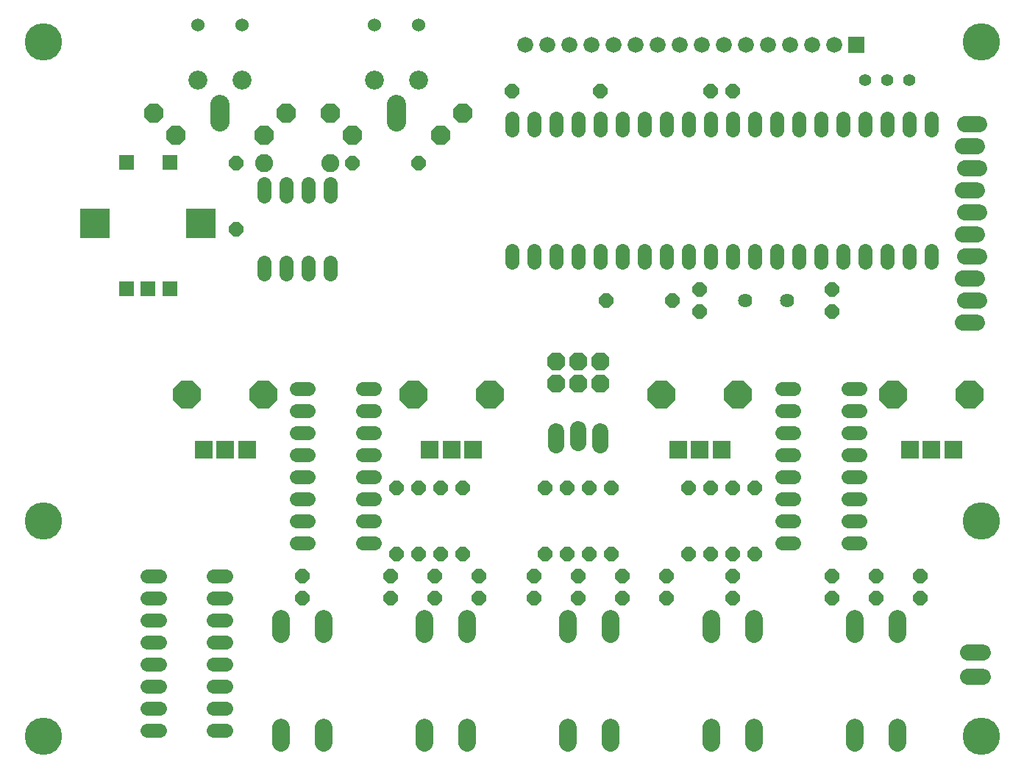
<source format=gts>
G75*
G70*
%OFA0B0*%
%FSLAX24Y24*%
%IPPOS*%
%LPD*%
%AMOC8*
5,1,8,0,0,1.08239X$1,22.5*
%
%ADD10OC8,0.0820*%
%ADD11C,0.0640*%
%ADD12OC8,0.0640*%
%ADD13R,0.0820X0.0820*%
%ADD14OC8,0.1261*%
%ADD15C,0.0720*%
%ADD16C,0.0790*%
%ADD17R,0.0714X0.0714*%
%ADD18R,0.1346X0.1346*%
%ADD19C,0.0860*%
%ADD20OC8,0.0860*%
%ADD21C,0.0860*%
%ADD22C,0.0600*%
%ADD23C,0.0820*%
%ADD24R,0.0720X0.0720*%
%ADD25C,0.0720*%
%ADD26C,0.0560*%
%ADD27C,0.0640*%
%ADD28C,0.1694*%
D10*
X025364Y018115D03*
X026364Y018115D03*
X027364Y018115D03*
X027364Y019115D03*
X026364Y019115D03*
X025364Y019115D03*
D11*
X025364Y023585D02*
X025364Y024145D01*
X024364Y024145D02*
X024364Y023585D01*
X023364Y023585D02*
X023364Y024145D01*
X026364Y024145D02*
X026364Y023585D01*
X027364Y023585D02*
X027364Y024145D01*
X028364Y024145D02*
X028364Y023585D01*
X029364Y023585D02*
X029364Y024145D01*
X030364Y024145D02*
X030364Y023585D01*
X031364Y023585D02*
X031364Y024145D01*
X032364Y024145D02*
X032364Y023585D01*
X033364Y023585D02*
X033364Y024145D01*
X034364Y024145D02*
X034364Y023585D01*
X035364Y023585D02*
X035364Y024145D01*
X036364Y024145D02*
X036364Y023585D01*
X037364Y023585D02*
X037364Y024145D01*
X038364Y024145D02*
X038364Y023585D01*
X039364Y023585D02*
X039364Y024145D01*
X040364Y024145D02*
X040364Y023585D01*
X041364Y023585D02*
X041364Y024145D01*
X042364Y024145D02*
X042364Y023585D01*
X042364Y029585D02*
X042364Y030145D01*
X041364Y030145D02*
X041364Y029585D01*
X040364Y029585D02*
X040364Y030145D01*
X039364Y030145D02*
X039364Y029585D01*
X038364Y029585D02*
X038364Y030145D01*
X037364Y030145D02*
X037364Y029585D01*
X036364Y029585D02*
X036364Y030145D01*
X035364Y030145D02*
X035364Y029585D01*
X034364Y029585D02*
X034364Y030145D01*
X033364Y030145D02*
X033364Y029585D01*
X032364Y029585D02*
X032364Y030145D01*
X031364Y030145D02*
X031364Y029585D01*
X030364Y029585D02*
X030364Y030145D01*
X029364Y030145D02*
X029364Y029585D01*
X028364Y029585D02*
X028364Y030145D01*
X027364Y030145D02*
X027364Y029585D01*
X026364Y029585D02*
X026364Y030145D01*
X025364Y030145D02*
X025364Y029585D01*
X024364Y029585D02*
X024364Y030145D01*
X023364Y030145D02*
X023364Y029585D01*
X015114Y027175D02*
X015114Y026615D01*
X014114Y026615D02*
X014114Y027175D01*
X013114Y027175D02*
X013114Y026615D01*
X012114Y026615D02*
X012114Y027175D01*
X012114Y023615D02*
X012114Y023055D01*
X013114Y023055D02*
X013114Y023615D01*
X014114Y023615D02*
X014114Y023055D01*
X015114Y023055D02*
X015114Y023615D01*
X014144Y017865D02*
X013584Y017865D01*
X013584Y016865D02*
X014144Y016865D01*
X014144Y015865D02*
X013584Y015865D01*
X013584Y014865D02*
X014144Y014865D01*
X014144Y013865D02*
X013584Y013865D01*
X013584Y012865D02*
X014144Y012865D01*
X014144Y011865D02*
X013584Y011865D01*
X013584Y010865D02*
X014144Y010865D01*
X016584Y010865D02*
X017144Y010865D01*
X017144Y011865D02*
X016584Y011865D01*
X016584Y012865D02*
X017144Y012865D01*
X017144Y013865D02*
X016584Y013865D01*
X016584Y014865D02*
X017144Y014865D01*
X017144Y015865D02*
X016584Y015865D01*
X016584Y016865D02*
X017144Y016865D01*
X017144Y017865D02*
X016584Y017865D01*
X010394Y009365D02*
X009834Y009365D01*
X009834Y008365D02*
X010394Y008365D01*
X010394Y007365D02*
X009834Y007365D01*
X009834Y006365D02*
X010394Y006365D01*
X010394Y005365D02*
X009834Y005365D01*
X009834Y004365D02*
X010394Y004365D01*
X010394Y003365D02*
X009834Y003365D01*
X009834Y002365D02*
X010394Y002365D01*
X007394Y002365D02*
X006834Y002365D01*
X006834Y003365D02*
X007394Y003365D01*
X007394Y004365D02*
X006834Y004365D01*
X006834Y005365D02*
X007394Y005365D01*
X007394Y006365D02*
X006834Y006365D01*
X006834Y007365D02*
X007394Y007365D01*
X007394Y008365D02*
X006834Y008365D01*
X006834Y009365D02*
X007394Y009365D01*
X035584Y010865D02*
X036144Y010865D01*
X036144Y011865D02*
X035584Y011865D01*
X035584Y012865D02*
X036144Y012865D01*
X036144Y013865D02*
X035584Y013865D01*
X035584Y014865D02*
X036144Y014865D01*
X036144Y015865D02*
X035584Y015865D01*
X035584Y016865D02*
X036144Y016865D01*
X036144Y017865D02*
X035584Y017865D01*
X038584Y017865D02*
X039144Y017865D01*
X039144Y016865D02*
X038584Y016865D01*
X038584Y015865D02*
X039144Y015865D01*
X039144Y014865D02*
X038584Y014865D01*
X038584Y013865D02*
X039144Y013865D01*
X039144Y012865D02*
X038584Y012865D01*
X038584Y011865D02*
X039144Y011865D01*
X039144Y010865D02*
X038584Y010865D01*
D12*
X037864Y009365D03*
X037864Y008365D03*
X039864Y008365D03*
X039864Y009365D03*
X041864Y009365D03*
X041864Y008365D03*
X034364Y010365D03*
X033364Y010365D03*
X032364Y010365D03*
X031364Y010365D03*
X030364Y009365D03*
X030364Y008365D03*
X028364Y008365D03*
X028364Y009365D03*
X027864Y010365D03*
X026864Y010365D03*
X025864Y010365D03*
X024864Y010365D03*
X024364Y009365D03*
X024364Y008365D03*
X026364Y008365D03*
X026364Y009365D03*
X021864Y009365D03*
X021864Y008365D03*
X019864Y008365D03*
X019864Y009365D03*
X020114Y010365D03*
X021114Y010365D03*
X019114Y010365D03*
X018114Y010365D03*
X017864Y009365D03*
X017864Y008365D03*
X013864Y008365D03*
X013864Y009365D03*
X018114Y013365D03*
X019114Y013365D03*
X020114Y013365D03*
X021114Y013365D03*
X024864Y013365D03*
X025864Y013365D03*
X026864Y013365D03*
X027864Y013365D03*
X031364Y013365D03*
X032364Y013365D03*
X033364Y013365D03*
X034364Y013365D03*
X033364Y009365D03*
X033364Y008365D03*
X031864Y021365D03*
X031864Y022365D03*
X030614Y021865D03*
X027614Y021865D03*
X019114Y028115D03*
X016114Y028115D03*
X010864Y028115D03*
X010864Y025115D03*
X023364Y031365D03*
X027364Y031365D03*
X032364Y031365D03*
X033364Y031365D03*
X037864Y022365D03*
X037864Y021365D03*
D13*
X041380Y015115D03*
X042364Y015115D03*
X043348Y015115D03*
X032848Y015115D03*
X031864Y015115D03*
X030880Y015115D03*
X021598Y015115D03*
X020614Y015115D03*
X019630Y015115D03*
X011348Y015115D03*
X010364Y015115D03*
X009380Y015115D03*
D14*
X008632Y017615D03*
X012096Y017615D03*
X018882Y017615D03*
X022346Y017615D03*
X030132Y017615D03*
X033596Y017615D03*
X040632Y017615D03*
X044096Y017615D03*
D15*
X043794Y020865D02*
X044434Y020865D01*
X044534Y021865D02*
X043894Y021865D01*
X043794Y022865D02*
X044434Y022865D01*
X044534Y023865D02*
X043894Y023865D01*
X043794Y024865D02*
X044434Y024865D01*
X044534Y025865D02*
X043894Y025865D01*
X043794Y026865D02*
X044434Y026865D01*
X044534Y027865D02*
X043894Y027865D01*
X043794Y028865D02*
X044434Y028865D01*
X044534Y029865D02*
X043894Y029865D01*
X027364Y015935D02*
X027364Y015295D01*
X026364Y015395D02*
X026364Y016035D01*
X025364Y015935D02*
X025364Y015295D01*
X044044Y005915D02*
X044684Y005915D01*
X044684Y004815D02*
X044044Y004815D01*
D16*
X040844Y006720D02*
X040844Y007430D01*
X038884Y007430D02*
X038884Y006720D01*
X034344Y006720D02*
X034344Y007430D01*
X032384Y007430D02*
X032384Y006720D01*
X027844Y006720D02*
X027844Y007430D01*
X025884Y007430D02*
X025884Y006720D01*
X021344Y006720D02*
X021344Y007430D01*
X019384Y007430D02*
X019384Y006720D01*
X014844Y006720D02*
X014844Y007430D01*
X012884Y007430D02*
X012884Y006720D01*
X012884Y002510D02*
X012884Y001800D01*
X014844Y001800D02*
X014844Y002510D01*
X019384Y002510D02*
X019384Y001800D01*
X021344Y001800D02*
X021344Y002510D01*
X025884Y002510D02*
X025884Y001800D01*
X027844Y001800D02*
X027844Y002510D01*
X032384Y002510D02*
X032384Y001800D01*
X034344Y001800D02*
X034344Y002510D01*
X038884Y002510D02*
X038884Y001800D01*
X040844Y001800D02*
X040844Y002510D01*
D17*
X007848Y022412D03*
X006864Y022412D03*
X005880Y022412D03*
X005880Y028120D03*
X007848Y028120D03*
D18*
X009266Y025365D03*
X004463Y025365D03*
D19*
X010114Y029975D02*
X010114Y030755D01*
X018114Y030755D02*
X018114Y029975D01*
D20*
X016114Y029365D03*
X015114Y030365D03*
X013114Y030365D03*
X012114Y029365D03*
X008114Y029365D03*
X007114Y030365D03*
X020114Y029365D03*
X021114Y030365D03*
D21*
X019114Y031865D03*
X017114Y031865D03*
X011114Y031865D03*
X009114Y031865D03*
D22*
X009114Y034365D03*
X011114Y034365D03*
X017114Y034365D03*
X019114Y034365D03*
D23*
X015114Y028115D03*
X012114Y028115D03*
D24*
X038963Y033467D03*
D25*
X037963Y033467D03*
X036963Y033467D03*
X035963Y033467D03*
X034963Y033467D03*
X033963Y033467D03*
X032963Y033467D03*
X031963Y033467D03*
X030963Y033467D03*
X029963Y033467D03*
X028963Y033467D03*
X027963Y033467D03*
X026963Y033467D03*
X025963Y033467D03*
X024963Y033467D03*
X023963Y033467D03*
D26*
X039364Y031865D03*
X040364Y031865D03*
X041364Y031865D03*
D27*
X035814Y021865D03*
X033914Y021865D03*
D28*
X002114Y002115D03*
X002114Y011865D03*
X002114Y033615D03*
X044614Y033615D03*
X044614Y011865D03*
X044614Y002115D03*
M02*

</source>
